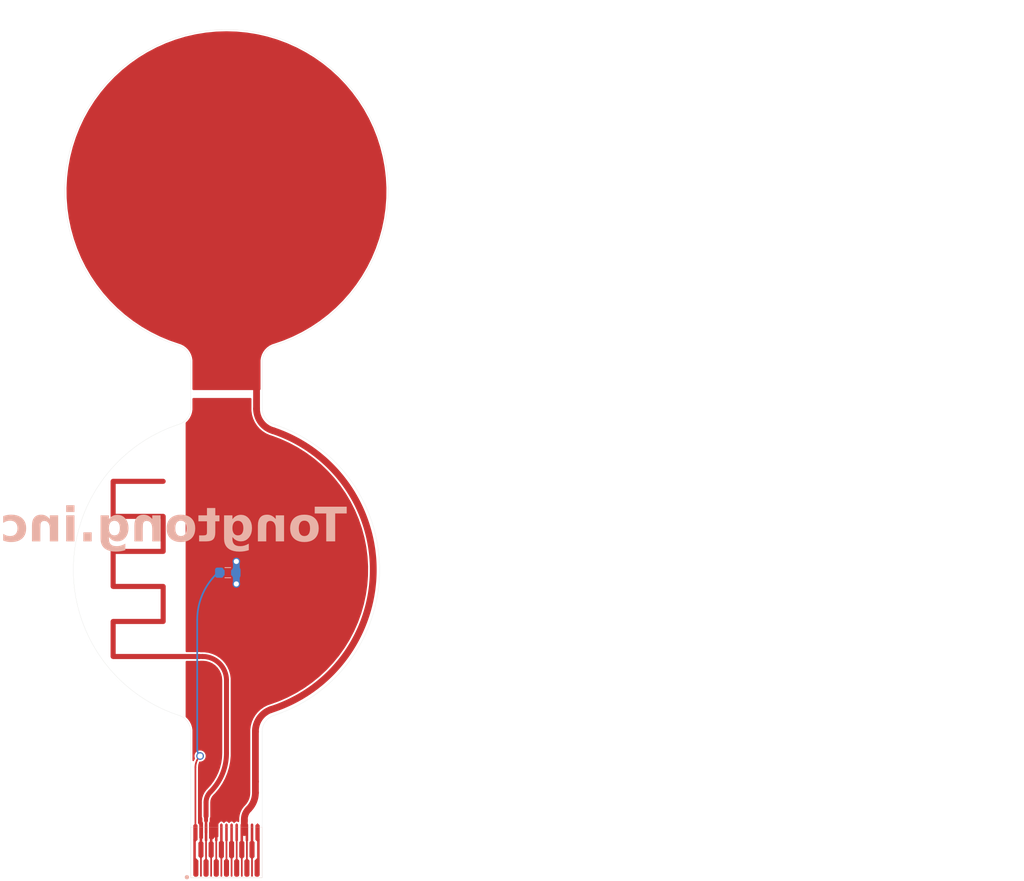
<source format=kicad_pcb>
(kicad_pcb (version 20240108) (generator "pcbnew") (generator_version "8.0")
  (layers (0 "F.Cu" signal) (31 "B.Cu" signal) (34 "B.Paste" user) (35 "F.Paste" user) (36 "B.SilkS" user "B.Silkscreen") (37 "F.SilkS" user "F.Silkscreen") (38 "B.Mask" user) (39 "F.Mask" user) (44 "Edge.Cuts" user))
  (net 0 "")
  (net 1 "Batteryin")
  (net 2 "gnd")
  (net 3 "antenna")
  (net 4 "led")
  (footprint "Library:2.4GHz-meander-antenna" (layer "F.Cu") (at 176.3 81 -90)
    (property "Reference" "AE**" (hide yes))
    (property "Value" "2.4GHz-meander-antenna" (hide yes))
    (pad "1" smd custom (at 0 0 270) (size 0.3 0.3) (layers "F.Cu") (net 3 "antenna") (options (clearance outline) (anchor circle)) (primitives (gr_line (start 0 0) (end 0 5.06) (width 0.3)) (gr_line (start 0 5.06) (end -2.06 5.06) (width 0.3)) (gr_line (start -2.06 5.06) (end -2.06 2.12) (width 0.3)) (gr_line (start -2.06 2.12) (end -4.12 2.12) (width 0.3)) (gr_line (start -4.12 2.12) (end -4.12 5.06) (width 0.3)) (gr_line (start -4.12 5.06) (end -6.18 5.06) (width 0.3)) (gr_line (start -6.18 5.06) (end -6.18 2.12) (width 0.3)) (gr_line (start -6.18 2.12) (end -8.24 2.12) (width 0.3)) (gr_line (start -8.24 2.12) (end -8.24 5.06) (width 0.3)) (gr_line (start -8.24 5.06) (end -10.3 5.06) (width 0.3)) (gr_line (start -10.3 5.06) (end -10.3 2.12) (width 0.3))))
  )
  (footprint "Library:0402" (layer "B.Cu") (at 177.9791 76.0709)
    (property "Reference" "D1" (hide yes))
    (property "Value" "BLUE")
    (fp_line (start 0.17 -0.3) (end -0.17 -0.3) (stroke (width 0.05)) (layer "B.SilkS"))
    (fp_line (start 0.17 0.3) (end -0.17 0.3) (stroke (width 0.05)) (layer "B.SilkS"))
    (pad "1" smd custom (at -0.5 0.000001 270) (size 0.5 0.5) (layers "B.Cu" "B.Paste" "B.Mask") (net 4 "led") (options (clearance outline) (anchor circle)) (primitives (gr_poly (pts (xy -0.3 0.125) (xy -0.290485 0.172835) (xy -0.263388 0.213388) (xy -0.222835 0.240485) (xy -0.175 0.25) (xy 0.175 0.25) (xy 0.222835 0.240485) (xy 0.263388 0.213388) (xy 0.290485 0.172835) (xy 0.3 0.125) (xy 0.3 -0.125) (xy 0.290485 -0.172835) (xy 0.263388 -0.213388) (xy 0.222835 -0.240485) (xy 0.175 -0.25) (xy -0.175 -0.25) (xy -0.222835 -0.240485) (xy -0.263388 -0.213388) (xy -0.290485 -0.172835) (xy -0.3 -0.125)) (width 0) (fill yes)) (gr_rect (start -0.125 -0.26) (end 0.125 -0.09) (width 0.1) (fill yes))))
    (pad "2" smd custom (at 0.5 -0.000001 90) (size 0.5 0.5) (layers "B.Cu" "B.Paste" "B.Mask") (net 2 "gnd") (options (clearance outline) (anchor circle)) (primitives (gr_poly (pts (xy -0.3 0.125) (xy -0.290485 0.172835) (xy -0.263388 0.213388) (xy -0.222835 0.240485) (xy -0.175 0.25) (xy 0.175 0.25) (xy 0.222835 0.240485) (xy 0.263388 0.213388) (xy 0.290485 0.172835) (xy 0.3 0.125) (xy 0.3 -0.125) (xy 0.290485 -0.172835) (xy 0.263388 -0.213388) (xy 0.222835 -0.240485) (xy 0.175 -0.25) (xy -0.175 -0.25) (xy -0.222835 -0.240485) (xy -0.263388 -0.213388) (xy -0.290485 -0.172835) (xy -0.3 -0.125)) (width 0) (fill yes)) (gr_rect (start -0.125 -0.26) (end 0.125 -0.09) (width 0.1) (fill yes))))
  )
  (footprint "Library:flex connector" (layer "B.Cu") (at 175.7 90.05)
    (property "Reference" "REF**" (hide yes))
    (property "Value" "flex connector" (hide yes))
    (fp_circle (center -0.125 3.925) (end 0 3.925) (fill solid) (layer "B.SilkS"))
    (fp_poly (pts (xy 0.1 3.95) (xy 4.3 3.95) (xy 4.3 1) (xy 0.1 1)) (stroke (width 0.01)) (fill none) (layer "B.SilkS"))
    (pad "1" smd rect (at 0.325 2.325) (size 0.15 1.25) (layers "F.Cu" "F.Paste" "F.Mask") (net 4 "led"))
    (pad "1" smd roundrect (at 0.375 1.3) (size 0.25 1.1) (layers "F.Cu" "F.Paste" "F.Mask") (roundrect_rratio 0) (chamfer_ratio 0.5) (chamfer top_left top_right bottom_left bottom_right) (net 4 "led"))
    (pad "1" smd roundrect (at 0.4 3.35) (size 0.3 1.1) (layers "F.Cu" "F.Paste" "F.Mask") (roundrect_rratio 0.4) (chamfer_ratio 0.5) (chamfer top_left top_right) (net 4 "led"))
    (pad "2" smd roundrect (at 0.7 1.425) (size 0.15 1.35) (layers "F.Cu" "F.Paste" "F.Mask") (roundrect_rratio 0) (chamfer_ratio 0.5) (chamfer top_left top_right bottom_left bottom_right) (net 2 "gnd"))
    (pad "2" smd roundrect (at 0.7 2.3) (size 0.3 1.1) (layers "F.Cu" "F.Paste" "F.Mask") (roundrect_rratio 0) (chamfer_ratio 0.5) (chamfer top_left top_right bottom_left bottom_right))
    (pad "2" smd roundrect (at 0.7 3.3) (size 0.1 1.2) (layers "F.Cu" "F.Paste" "F.Mask") (roundrect_rratio 0.5))
    (pad "3" smd roundrect (at 1 1.3) (size 0.15 1.1) (layers "F.Cu" "F.Paste" "F.Mask") (roundrect_rratio 0) (chamfer_ratio 0.5) (chamfer top_left top_right bottom_left bottom_right) (net 3 "antenna"))
    (pad "3" smd rect (at 1 2.4) (size 0.1 1.2) (layers "F.Cu" "F.Paste" "F.Mask"))
    (pad "3" smd roundrect (at 1 3.35) (size 0.3 1.1) (layers "F.Cu" "F.Paste" "F.Mask") (roundrect_rratio 0.4) (chamfer_ratio 0.5) (chamfer top_left top_right))
    (pad "4" smd roundrect (at 1.3 1.425) (size 0.15 1.35) (layers "F.Cu" "F.Paste" "F.Mask") (roundrect_rratio 0) (chamfer_ratio 0.5) (chamfer top_left top_right bottom_left bottom_right) (net 2 "gnd"))
    (pad "4" smd roundrect (at 1.3 2.3) (size 0.3 1.1) (layers "F.Cu" "F.Paste" "F.Mask") (roundrect_rratio 0) (chamfer_ratio 0.5) (chamfer top_left top_right bottom_left bottom_right))
    (pad "4" smd roundrect (at 1.3 3.3) (size 0.1 1.2) (layers "F.Cu" "F.Paste" "F.Mask") (roundrect_rratio 0.5))
    (pad "5" smd roundrect (at 1.6 1.3) (size 0.15 1.1) (layers "F.Cu" "F.Paste" "F.Mask") (roundrect_rratio 0) (chamfer_ratio 0.5) (chamfer top_left top_right bottom_left bottom_right) (net 2 "gnd"))
    (pad "5" smd rect (at 1.6 2.3) (size 0.1 1.25) (layers "F.Cu" "F.Paste" "F.Mask"))
    (pad "5" smd roundrect (at 1.6 3.35) (size 0.3 1.1) (layers "F.Cu" "F.Paste" "F.Mask") (roundrect_rratio 0.4) (chamfer_ratio 0.5) (chamfer top_left top_right))
    (pad "6" smd roundrect (at 1.899999 2.3) (size 0.3 1.1) (layers "F.Cu" "F.Paste" "F.Mask") (roundrect_rratio 0) (chamfer_ratio 0.4) (chamfer top_left top_right bottom_left bottom_right))
    (pad "6" smd roundrect (at 1.9 1.425) (size 0.15 1.35) (layers "F.Cu" "F.Paste" "F.Mask") (roundrect_rratio 0) (chamfer_ratio 0.5) (chamfer top_left top_right bottom_left bottom_right))
    (pad "6" smd roundrect (at 1.9 3.299999) (size 0.1 1.2) (layers "F.Cu" "F.Paste" "F.Mask") (roundrect_rratio 0.5))
    (pad "7" smd roundrect (at 2.2 1.3) (size 0.15 1.1) (layers "F.Cu" "F.Paste" "F.Mask") (roundrect_rratio 0) (chamfer_ratio 0.5) (chamfer top_left top_right bottom_left bottom_right))
    (pad "7" smd rect (at 2.2 2.300001) (size 0.1 1.25) (layers "F.Cu" "F.Paste" "F.Mask"))
    (pad "7" smd roundrect (at 2.2 3.35) (size 0.3 1.1) (layers "F.Cu" "F.Paste" "F.Mask") (roundrect_rratio 0.4) (chamfer_ratio 0.5) (chamfer top_left top_right))
    (pad "8" smd roundrect (at 2.5 1.425) (size 0.15 1.35) (layers "F.Cu" "F.Paste" "F.Mask") (roundrect_rratio 0) (chamfer_ratio 0.5) (chamfer top_left top_right bottom_left bottom_right))
    (pad "8" smd roundrect (at 2.5 2.300001) (size 0.3 1.1) (layers "F.Cu" "F.Paste" "F.Mask") (roundrect_rratio 0) (chamfer_ratio 0.4) (chamfer top_left top_right bottom_left bottom_right))
    (pad "8" smd roundrect (at 2.5 3.299999) (size 0.1 1.2) (layers "F.Cu" "F.Paste" "F.Mask") (roundrect_rratio 0.5))
    (pad "9" smd roundrect (at 2.8 1.3) (size 0.15 1.1) (layers "F.Cu" "F.Paste" "F.Mask") (roundrect_rratio 0) (chamfer_ratio 0.5) (chamfer top_left top_right bottom_left bottom_right))
    (pad "9" smd rect (at 2.8 2.300001) (size 0.1 1.25) (layers "F.Cu" "F.Paste" "F.Mask"))
    (pad "9" smd roundrect (at 2.8 3.35) (size 0.3 1.1) (layers "F.Cu" "F.Paste" "F.Mask") (roundrect_rratio 0.4) (chamfer_ratio 0.5) (chamfer top_left top_right))
    (pad "10" smd roundrect (at 3.1 1.4125) (size 0.15 1.325) (layers "F.Cu" "F.Paste" "F.Mask") (roundrect_rratio 0) (chamfer_ratio 0.5) (chamfer top_left top_right bottom_left bottom_right) (net 1 "Batteryin"))
    (pad "10" smd roundrect (at 3.1 2.300001) (size 0.3 1.1) (layers "F.Cu" "F.Paste" "F.Mask") (roundrect_rratio 0) (chamfer_ratio 0.4) (chamfer top_left top_right bottom_left bottom_right))
    (pad "10" smd roundrect (at 3.1 3.299999) (size 0.1 1.2) (layers "F.Cu" "F.Paste" "F.Mask") (roundrect_rratio 0.5))
    (pad "11" smd roundrect (at 3.4 1.3) (size 0.15 1.1) (layers "F.Cu" "F.Paste" "F.Mask") (roundrect_rratio 0) (chamfer_ratio 0.5) (chamfer top_left top_right bottom_left bottom_right) (net 1 "Batteryin"))
    (pad "11" smd rect (at 3.4 2.300001) (size 0.1 1.25) (layers "F.Cu" "F.Paste" "F.Mask"))
    (pad "11" smd roundrect (at 3.4 3.35) (size 0.3 1.1) (layers "F.Cu" "F.Paste" "F.Mask") (roundrect_rratio 0.4) (chamfer_ratio 0.5) (chamfer top_left top_right))
    (pad "12" smd roundrect (at 3.7 1.3625) (size 0.15 1.225) (layers "F.Cu" "F.Paste" "F.Mask") (roundrect_rratio 0) (chamfer_ratio 0.5) (chamfer top_left top_right bottom_left bottom_right))
    (pad "12" smd roundrect (at 3.7 2.300001) (size 0.3 1.1) (layers "F.Cu" "F.Paste" "F.Mask") (roundrect_rratio 0) (chamfer_ratio 0.4) (chamfer top_left top_right bottom_left bottom_right))
    (pad "12" smd roundrect (at 3.7 3.299999) (size 0.1 1.2) (layers "F.Cu" "F.Paste" "F.Mask") (roundrect_rratio 0.5))
    (pad "13" smd roundrect (at 4 3.35) (size 0.3 1.1) (layers "F.Cu" "F.Paste" "F.Mask") (roundrect_rratio 0.4) (chamfer_ratio 0.5) (chamfer top_left top_right))
    (pad "13" smd roundrect (at 4.025 1.3) (size 0.25 1.1) (layers "F.Cu" "F.Paste" "F.Mask") (roundrect_rratio 0) (chamfer_ratio 0.5) (chamfer top_left top_right bottom_left bottom_right))
    (pad "13" smd rect (at 4.075 2.325) (size 0.15 1.25) (layers "F.Cu" "F.Paste" "F.Mask"))
  )
  (gr_arc (start 180.640855 67.721333) (mid 186.525141 75.965942) (end 180.514858 84.119155) (stroke (width 0.4)) (layer "F.Cu") (net 1))
  (gr_arc (start 180.640855 67.721332) (mid 179.937716 67.23871) (end 179.666942 66.430001) (stroke (width 0.4)) (layer "F.Cu") (net 1))
  (gr_line (start 179.666942 64.8) (end 179.666942 66.430001) (stroke (width 0.4)) (layer "F.Cu") (net 1))
  (gr_arc (start 179.6 85.411396) (mid 179.851865 84.619744) (end 180.514858 84.119156) (stroke (width 0.4)) (layer "F.Cu") (net 1))
  (gr_line (start 175.8 90.393381) (end 175.8 88.257098) (stroke (width 0.01)) (layer "Edge.Cuts"))
  (gr_line (start 180 85.410843) (end 180 86.722534) (stroke (width 0.01)) (layer "Edge.Cuts"))
  (gr_line (start 180 94) (end 175.8 94) (stroke (width 0.01)) (layer "Edge.Cuts"))
  (gr_line (start 180 86.722534) (end 180 88.257098) (stroke (width 0.01)) (layer "Edge.Cuts"))
  (gr_line (start 175.8 94) (end 175.8 91.794744) (stroke (width 0.01)) (layer "Edge.Cuts"))
  (gr_line (start 180 88.257098) (end 180 90.393381) (stroke (width 0.01)) (layer "Edge.Cuts"))
  (gr_line (start 175.8 91.250201) (end 175.8 90.393381) (stroke (width 0.01)) (layer "Edge.Cuts"))
  (gr_line (start 175.8 88.257098) (end 175.8 86.722534) (stroke (width 0.01)) (layer "Edge.Cuts"))
  (gr_line (start 175.8 66.396143) (end 175.8 65.084481) (stroke (width 0.01)) (layer "Edge.Cuts"))
  (gr_line (start 175.8 63.984481) (end 175.8 63.669843) (stroke (width 0.01)) (layer "Edge.Cuts"))
  (gr_line (start 180 63.984481) (end 180 65.084481) (stroke (width 0.01)) (layer "Edge.Cuts"))
  (gr_line (start 175.799994 85.410903) (end 175.8 85.410903) (stroke (width 0.01)) (layer "Edge.Cuts"))
  (gr_line (start 180 65.084481) (end 180 66.396143) (stroke (width 0.01)) (layer "Edge.Cuts"))
  (gr_arc (start 175.8 66.396143) (mid 175.609321 66.98351) (end 175.11 67.346878) (stroke (width 0.01)) (layer "Edge.Cuts"))
  (gr_line (start 180 90.393381) (end 180 91.250201) (stroke (width 0.01)) (layer "Edge.Cuts"))
  (gr_line (start 175.8 91.794744) (end 175.8 91.250201) (stroke (width 0.01)) (layer "Edge.Cuts"))
  (gr_line (start 180 91.250201) (end 180 91.794744) (stroke (width 0.01)) (layer "Edge.Cuts"))
  (gr_arc (start 180 85.410843) (mid 180.190685 84.8235) (end 180.69 84.460136) (stroke (width 0.01)) (layer "Edge.Cuts"))
  (gr_arc (start 175.11 84.460136) (mid 168.9 75.903507) (end 175.11 67.346878) (stroke (width 0.01)) (layer "Edge.Cuts"))
  (gr_line (start 175.799989 63.669843) (end 175.8 63.669843) (stroke (width 0.01)) (layer "Edge.Cuts"))
  (gr_line (start 180 91.794744) (end 180 94) (stroke (width 0.01)) (layer "Edge.Cuts"))
  (gr_arc (start 180.69 67.346878) (mid 180.19068 66.983509) (end 180 66.396143) (stroke (width 0.01)) (layer "Edge.Cuts"))
  (gr_arc (start 180.69 67.346878) (mid 186.9 75.903507) (end 180.69 84.460136) (stroke (width 0.01)) (layer "Edge.Cuts"))
  (gr_arc (start 175.095238 62.714356) (mid 177.9 44.137835) (end 180.704762 62.714356) (stroke (width 0.01)) (layer "Edge.Cuts"))
  (gr_arc (start 175.11 84.460136) (mid 175.609319 84.823524) (end 175.799994 85.410903) (stroke (width 0.01)) (layer "Edge.Cuts"))
  (gr_arc (start 180 63.669743) (mid 180.195258 63.076151) (end 180.704762 62.714356) (stroke (width 0.01)) (layer "Edge.Cuts"))
  (gr_line (start 175.8 65.084481) (end 175.8 63.984481) (stroke (width 0.01)) (layer "Edge.Cuts"))
  (gr_line (start 175.8 86.722534) (end 175.8 85.410903) (stroke (width 0.01)) (layer "Edge.Cuts"))
  (gr_line (start 180 63.669743) (end 180 63.984481) (stroke (width 0.01)) (layer "Edge.Cuts"))
  (gr_arc (start 175.095238 62.714356) (mid 175.604791 63.076183) (end 175.799989 63.669843) (stroke (width 0.01)) (layer "Edge.Cuts"))
  (gr_text "Tongtong.inc" (at 184.9791 74.5709 0) (layer "B.SilkS") (effects (font (size 2 2) (thickness 0.3) (bold yes)) (justify left bottom mirror)))
  (segment (start 179.6 89.009315) (end 179.6 88.35) (width 0.4) (layer "F.Cu") (net 1))
  (segment (start 179.6 88.35) (end 179.6 85.411396) (width 0.4) (layer "F.Cu") (net 1))
  (segment (start 178.95 90.675) (end 178.95 90.578553) (width 0.4) (layer "F.Cu") (net 1))
  (segment (start 179.1 91.35) (end 178.95 91.35) (width 0.1) (layer "F.Cu") (net 1))
  (segment (start 178.95 91.35) (end 178.8 91.35) (width 0.1) (layer "F.Cu") (net 1))
  (segment (start 178.8 91.35) (end 178.8 91.4625) (width 0.1) (layer "F.Cu") (net 1))
  (segment (start 178.95 91.35) (end 178.95 90.675) (width 0.4) (layer "F.Cu") (net 1))
  (arc (start 178.95 90.578553) (mid 179.014973 90.251913) (end 179.2 89.975) (width 0.4) (layer "F.Cu") (net 1))
  (arc (start 179.2 89.975) (mid 179.496044 89.53194) (end 179.6 89.009315) (width 0.4) (layer "F.Cu") (net 1))
  (via (at 178.4791 76.732616) (size 0.45) (drill 0.3) (layers "F.Cu" "B.Cu") (net 2))
  (via (at 178.4791 75.409182) (size 0.45) (drill 0.3) (layers "F.Cu" "B.Cu") (net 2))
  (segment (start 178.4791 76.070899) (end 178.4791 75.409182) (width 0.4) (layer "B.Cu") (net 2))
  (segment (start 178.4791 76.070899) (end 178.4791 76.732616) (width 0.4) (layer "B.Cu") (net 2))
  (segment (start 176.7 90.386514) (end 176.7 89.577) (width 0.2939) (layer "F.Cu") (net 3))
  (segment (start 177.9 86.679944) (end 177.9 82.434315) (width 0.2939) (layer "F.Cu") (net 3))
  (segment (start 176.5 81) (end 176.3 81) (width 0.2939) (layer "F.Cu") (net 3))
  (segment (start 176.7 90.386514) (end 176.7 90.65) (width 0.23) (layer "F.Cu") (net 3))
  (segment (start 177.9 82.434315) (end 177.9 82.4) (width 0.2939) (layer "F.Cu") (net 3))
  (segment (start 176.7 91.35) (end 176.7 90.65) (width 0.15) (layer "F.Cu") (net 3))
  (arc (start 177.9 82.4) (mid 177.489949 81.410051) (end 176.5 81) (width 0.2939) (layer "F.Cu") (net 3))
  (arc (start 176.954922 88.961564) (mid 177.654383 87.914748) (end 177.9 86.679944) (width 0.2939) (layer "F.Cu") (net 3))
  (arc (start 176.7 89.577) (mid 176.766252 89.243929) (end 176.954922 88.961564) (width 0.2939) (layer "F.Cu") (net 3))
  (segment (start 176.075 91.35) (end 176.075 87.513908) (width 0.1) (layer "F.Cu") (net 4))
  (via (at 176.35 86.85) (size 0.45) (drill 0.3) (layers "F.Cu" "B.Cu") (net 4))
  (arc (start 176.075 87.513908) (mid 176.14647 87.154604) (end 176.35 86.85) (width 0.1) (layer "F.Cu") (net 4))
  (segment (start 176.179583 86.438577) (end 176.179583 78.850784) (width 0.1) (layer "B.Cu") (net 4))
  (arc (start 176.35 86.85) (mid 176.223873 86.661237) (end 176.179583 86.438577) (width 0.1) (layer "B.Cu") (net 4))
  (arc (start 176.179583 78.850784) (mid 176.468171 77.399955) (end 177.29 76.170001) (width 0.1) (layer "B.Cu") (net 4))
  (zone (net 1) (net_name "Batteryin") (layer "F.Cu") (connect_pads yes (clearance 0.1)) (min_thickness 0.1) (fill yes (thermal_gap 0.1) (thermal_bridge_width 0.15) (smoothing fillet) (radius 1))
    (polygon (pts (xy 165.875728 47.5) (xy 166.075728 46.7) (xy 166.075728 44.7) (xy 166.075728 42.4) (xy 190.3 42.4) (xy 190.1 65.335708) (xy 168.5 65.335708) (xy 165.575728 57.9) (xy 165.875728 49.760951)))
  )
  (zone (net 2) (net_name "gnd") (layer "F.Cu") (connect_pads yes (clearance 0.1)) (min_thickness 0.1) (fill yes (thermal_gap 0.1) (thermal_bridge_width 0.15))
    (polygon (pts (xy 175.5 85) (xy 169.4 81) (xy 167.9 75) (xy 170.9 65.8) (xy 181.5 65.8) (xy 184.4 68) (xy 187.9 74.5) (xy 185.4 82) (xy 180.3 84.5) (xy 180.3 94.2) (xy 175.5 94.2)))
  )
  (zone (net 0) (net_name "") (layer "F.Cu") (connect_pads (clearance 0)) (min_thickness 0.25)
    (keepout (tracks allowed) (vias allowed) (pads allowed) (copperpour not_allowed) (footprints allowed))
    (fill (thermal_gap 0.5) (thermal_bridge_width 0.5))
    (polygon (pts (xy 168.5 84) (xy 175.5 85) (xy 175.5 66.8) (xy 169.3 68)))
  )
)
</source>
